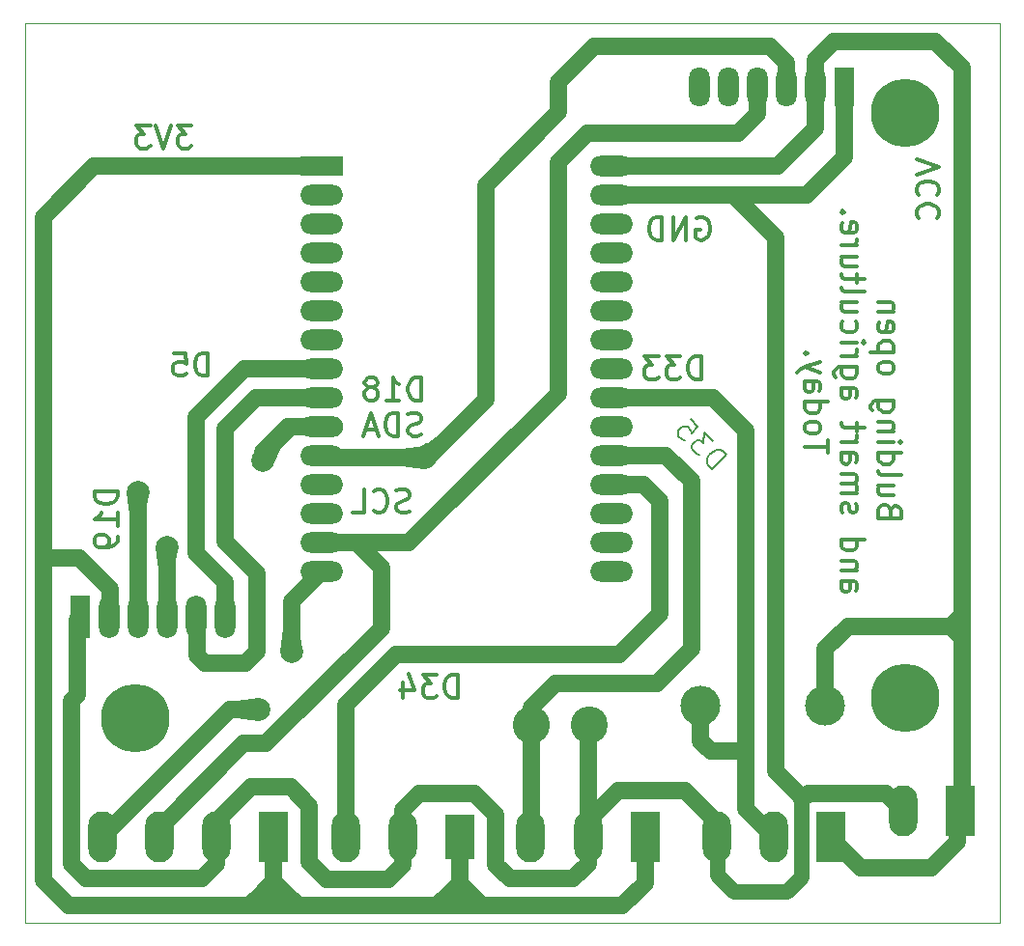
<source format=gbr>
%TF.GenerationSoftware,KiCad,Pcbnew,8.0.1*%
%TF.CreationDate,2024-04-13T21:14:01-05:00*%
%TF.ProjectId,Modulo_DEC,4d6f6475-6c6f-45f4-9445-432e6b696361,rev?*%
%TF.SameCoordinates,Original*%
%TF.FileFunction,Copper,L2,Bot*%
%TF.FilePolarity,Positive*%
%FSLAX46Y46*%
G04 Gerber Fmt 4.6, Leading zero omitted, Abs format (unit mm)*
G04 Created by KiCad (PCBNEW 8.0.1) date 2024-04-13 21:14:01*
%MOMM*%
%LPD*%
G01*
G04 APERTURE LIST*
%ADD10C,0.300000*%
%TA.AperFunction,NonConductor*%
%ADD11C,0.300000*%
%TD*%
%ADD12C,0.200000*%
%TA.AperFunction,NonConductor*%
%ADD13C,0.200000*%
%TD*%
%TA.AperFunction,ComponentPad*%
%ADD14R,3.750000X1.800000*%
%TD*%
%TA.AperFunction,ComponentPad*%
%ADD15O,3.750000X1.800000*%
%TD*%
%TA.AperFunction,FiducialPad,Local*%
%ADD16O,3.750000X1.850000*%
%TD*%
%TA.AperFunction,ComponentPad*%
%ADD17C,3.250000*%
%TD*%
%TA.AperFunction,ComponentPad*%
%ADD18O,3.250000X3.250000*%
%TD*%
%TA.AperFunction,ComponentPad*%
%ADD19C,6.000000*%
%TD*%
%TA.AperFunction,ComponentPad*%
%ADD20R,2.500000X4.500000*%
%TD*%
%TA.AperFunction,ComponentPad*%
%ADD21O,2.500000X4.500000*%
%TD*%
%TA.AperFunction,ComponentPad*%
%ADD22R,2.500000X3.960000*%
%TD*%
%TA.AperFunction,ComponentPad*%
%ADD23C,3.500000*%
%TD*%
%TA.AperFunction,ComponentPad*%
%ADD24O,3.500000X3.500000*%
%TD*%
%TA.AperFunction,ComponentPad*%
%ADD25R,1.800000X3.500000*%
%TD*%
%TA.AperFunction,ComponentPad*%
%ADD26O,1.800000X3.500000*%
%TD*%
%TA.AperFunction,ComponentPad*%
%ADD27R,1.800000X3.750000*%
%TD*%
%TA.AperFunction,ComponentPad*%
%ADD28O,1.800000X3.750000*%
%TD*%
%TA.AperFunction,ViaPad*%
%ADD29C,2.000000*%
%TD*%
%TA.AperFunction,Conductor*%
%ADD30C,1.500000*%
%TD*%
%TA.AperFunction,Conductor*%
%ADD31C,1.330000*%
%TD*%
%TA.AperFunction,Profile*%
%ADD32C,0.100000*%
%TD*%
G04 APERTURE END LIST*
D10*
D11*
X162140441Y-54349638D02*
X162140441Y-52349638D01*
X162140441Y-52349638D02*
X161664251Y-52349638D01*
X161664251Y-52349638D02*
X161378536Y-52444876D01*
X161378536Y-52444876D02*
X161188060Y-52635352D01*
X161188060Y-52635352D02*
X161092822Y-52825828D01*
X161092822Y-52825828D02*
X160997584Y-53206780D01*
X160997584Y-53206780D02*
X160997584Y-53492495D01*
X160997584Y-53492495D02*
X161092822Y-53873447D01*
X161092822Y-53873447D02*
X161188060Y-54063923D01*
X161188060Y-54063923D02*
X161378536Y-54254400D01*
X161378536Y-54254400D02*
X161664251Y-54349638D01*
X161664251Y-54349638D02*
X162140441Y-54349638D01*
X160330917Y-52349638D02*
X159092822Y-52349638D01*
X159092822Y-52349638D02*
X159759489Y-53111542D01*
X159759489Y-53111542D02*
X159473774Y-53111542D01*
X159473774Y-53111542D02*
X159283298Y-53206780D01*
X159283298Y-53206780D02*
X159188060Y-53302019D01*
X159188060Y-53302019D02*
X159092822Y-53492495D01*
X159092822Y-53492495D02*
X159092822Y-53968685D01*
X159092822Y-53968685D02*
X159188060Y-54159161D01*
X159188060Y-54159161D02*
X159283298Y-54254400D01*
X159283298Y-54254400D02*
X159473774Y-54349638D01*
X159473774Y-54349638D02*
X160045203Y-54349638D01*
X160045203Y-54349638D02*
X160235679Y-54254400D01*
X160235679Y-54254400D02*
X160330917Y-54159161D01*
X158426155Y-52349638D02*
X157188060Y-52349638D01*
X157188060Y-52349638D02*
X157854727Y-53111542D01*
X157854727Y-53111542D02*
X157569012Y-53111542D01*
X157569012Y-53111542D02*
X157378536Y-53206780D01*
X157378536Y-53206780D02*
X157283298Y-53302019D01*
X157283298Y-53302019D02*
X157188060Y-53492495D01*
X157188060Y-53492495D02*
X157188060Y-53968685D01*
X157188060Y-53968685D02*
X157283298Y-54159161D01*
X157283298Y-54159161D02*
X157378536Y-54254400D01*
X157378536Y-54254400D02*
X157569012Y-54349638D01*
X157569012Y-54349638D02*
X158140441Y-54349638D01*
X158140441Y-54349638D02*
X158330917Y-54254400D01*
X158330917Y-54254400D02*
X158426155Y-54159161D01*
D10*
D11*
X136581679Y-65938400D02*
X136295965Y-66033638D01*
X136295965Y-66033638D02*
X135819774Y-66033638D01*
X135819774Y-66033638D02*
X135629298Y-65938400D01*
X135629298Y-65938400D02*
X135534060Y-65843161D01*
X135534060Y-65843161D02*
X135438822Y-65652685D01*
X135438822Y-65652685D02*
X135438822Y-65462209D01*
X135438822Y-65462209D02*
X135534060Y-65271733D01*
X135534060Y-65271733D02*
X135629298Y-65176495D01*
X135629298Y-65176495D02*
X135819774Y-65081257D01*
X135819774Y-65081257D02*
X136200727Y-64986019D01*
X136200727Y-64986019D02*
X136391203Y-64890780D01*
X136391203Y-64890780D02*
X136486441Y-64795542D01*
X136486441Y-64795542D02*
X136581679Y-64605066D01*
X136581679Y-64605066D02*
X136581679Y-64414590D01*
X136581679Y-64414590D02*
X136486441Y-64224114D01*
X136486441Y-64224114D02*
X136391203Y-64128876D01*
X136391203Y-64128876D02*
X136200727Y-64033638D01*
X136200727Y-64033638D02*
X135724536Y-64033638D01*
X135724536Y-64033638D02*
X135438822Y-64128876D01*
X133438822Y-65843161D02*
X133534060Y-65938400D01*
X133534060Y-65938400D02*
X133819774Y-66033638D01*
X133819774Y-66033638D02*
X134010250Y-66033638D01*
X134010250Y-66033638D02*
X134295965Y-65938400D01*
X134295965Y-65938400D02*
X134486441Y-65747923D01*
X134486441Y-65747923D02*
X134581679Y-65557447D01*
X134581679Y-65557447D02*
X134676917Y-65176495D01*
X134676917Y-65176495D02*
X134676917Y-64890780D01*
X134676917Y-64890780D02*
X134581679Y-64509828D01*
X134581679Y-64509828D02*
X134486441Y-64319352D01*
X134486441Y-64319352D02*
X134295965Y-64128876D01*
X134295965Y-64128876D02*
X134010250Y-64033638D01*
X134010250Y-64033638D02*
X133819774Y-64033638D01*
X133819774Y-64033638D02*
X133534060Y-64128876D01*
X133534060Y-64128876D02*
X133438822Y-64224114D01*
X131629298Y-66033638D02*
X132581679Y-66033638D01*
X132581679Y-66033638D02*
X132581679Y-64033638D01*
D12*
D13*
X163067033Y-62240795D02*
X164339826Y-60968002D01*
X164339826Y-60968002D02*
X164036780Y-60664957D01*
X164036780Y-60664957D02*
X163794343Y-60543738D01*
X163794343Y-60543738D02*
X163551907Y-60543738D01*
X163551907Y-60543738D02*
X163370079Y-60604347D01*
X163370079Y-60604347D02*
X163067033Y-60786175D01*
X163067033Y-60786175D02*
X162885206Y-60968002D01*
X162885206Y-60968002D02*
X162703379Y-61271048D01*
X162703379Y-61271048D02*
X162642769Y-61452876D01*
X162642769Y-61452876D02*
X162642769Y-61695312D01*
X162642769Y-61695312D02*
X162763988Y-61937749D01*
X162763988Y-61937749D02*
X163067033Y-62240795D01*
X163188252Y-59816429D02*
X162400333Y-59028510D01*
X162400333Y-59028510D02*
X162339724Y-59937647D01*
X162339724Y-59937647D02*
X162157896Y-59755819D01*
X162157896Y-59755819D02*
X161976069Y-59695210D01*
X161976069Y-59695210D02*
X161854850Y-59695210D01*
X161854850Y-59695210D02*
X161673023Y-59755819D01*
X161673023Y-59755819D02*
X161369977Y-60058865D01*
X161369977Y-60058865D02*
X161309368Y-60240693D01*
X161309368Y-60240693D02*
X161309368Y-60361911D01*
X161309368Y-60361911D02*
X161369977Y-60543738D01*
X161369977Y-60543738D02*
X161733632Y-60907393D01*
X161733632Y-60907393D02*
X161915460Y-60968002D01*
X161915460Y-60968002D02*
X162036678Y-60968002D01*
X161248759Y-57876935D02*
X161854850Y-58483027D01*
X161854850Y-58483027D02*
X161309368Y-59149728D01*
X161309368Y-59149728D02*
X161309368Y-59028509D01*
X161309368Y-59028509D02*
X161248759Y-58846682D01*
X161248759Y-58846682D02*
X160945713Y-58543636D01*
X160945713Y-58543636D02*
X160763885Y-58483027D01*
X160763885Y-58483027D02*
X160642667Y-58483027D01*
X160642667Y-58483027D02*
X160460840Y-58543636D01*
X160460840Y-58543636D02*
X160157794Y-58846682D01*
X160157794Y-58846682D02*
X160097185Y-59028509D01*
X160097185Y-59028509D02*
X160097185Y-59149728D01*
X160097185Y-59149728D02*
X160157794Y-59331555D01*
X160157794Y-59331555D02*
X160460840Y-59634601D01*
X160460840Y-59634601D02*
X160642667Y-59695210D01*
X160642667Y-59695210D02*
X160763885Y-59695210D01*
D10*
D11*
X118926441Y-54039638D02*
X118926441Y-52039638D01*
X118926441Y-52039638D02*
X118450251Y-52039638D01*
X118450251Y-52039638D02*
X118164536Y-52134876D01*
X118164536Y-52134876D02*
X117974060Y-52325352D01*
X117974060Y-52325352D02*
X117878822Y-52515828D01*
X117878822Y-52515828D02*
X117783584Y-52896780D01*
X117783584Y-52896780D02*
X117783584Y-53182495D01*
X117783584Y-53182495D02*
X117878822Y-53563447D01*
X117878822Y-53563447D02*
X117974060Y-53753923D01*
X117974060Y-53753923D02*
X118164536Y-53944400D01*
X118164536Y-53944400D02*
X118450251Y-54039638D01*
X118450251Y-54039638D02*
X118926441Y-54039638D01*
X115974060Y-52039638D02*
X116926441Y-52039638D01*
X116926441Y-52039638D02*
X117021679Y-52992019D01*
X117021679Y-52992019D02*
X116926441Y-52896780D01*
X116926441Y-52896780D02*
X116735965Y-52801542D01*
X116735965Y-52801542D02*
X116259774Y-52801542D01*
X116259774Y-52801542D02*
X116069298Y-52896780D01*
X116069298Y-52896780D02*
X115974060Y-52992019D01*
X115974060Y-52992019D02*
X115878822Y-53182495D01*
X115878822Y-53182495D02*
X115878822Y-53658685D01*
X115878822Y-53658685D02*
X115974060Y-53849161D01*
X115974060Y-53849161D02*
X116069298Y-53944400D01*
X116069298Y-53944400D02*
X116259774Y-54039638D01*
X116259774Y-54039638D02*
X116735965Y-54039638D01*
X116735965Y-54039638D02*
X116926441Y-53944400D01*
X116926441Y-53944400D02*
X117021679Y-53849161D01*
D10*
D11*
X110991638Y-64173558D02*
X108991638Y-64173558D01*
X108991638Y-64173558D02*
X108991638Y-64649748D01*
X108991638Y-64649748D02*
X109086876Y-64935463D01*
X109086876Y-64935463D02*
X109277352Y-65125939D01*
X109277352Y-65125939D02*
X109467828Y-65221177D01*
X109467828Y-65221177D02*
X109848780Y-65316415D01*
X109848780Y-65316415D02*
X110134495Y-65316415D01*
X110134495Y-65316415D02*
X110515447Y-65221177D01*
X110515447Y-65221177D02*
X110705923Y-65125939D01*
X110705923Y-65125939D02*
X110896400Y-64935463D01*
X110896400Y-64935463D02*
X110991638Y-64649748D01*
X110991638Y-64649748D02*
X110991638Y-64173558D01*
X110991638Y-67221177D02*
X110991638Y-66078320D01*
X110991638Y-66649748D02*
X108991638Y-66649748D01*
X108991638Y-66649748D02*
X109277352Y-66459272D01*
X109277352Y-66459272D02*
X109467828Y-66268796D01*
X109467828Y-66268796D02*
X109563066Y-66078320D01*
X110991638Y-68173558D02*
X110991638Y-68554510D01*
X110991638Y-68554510D02*
X110896400Y-68744987D01*
X110896400Y-68744987D02*
X110801161Y-68840225D01*
X110801161Y-68840225D02*
X110515447Y-69030701D01*
X110515447Y-69030701D02*
X110134495Y-69125939D01*
X110134495Y-69125939D02*
X109372590Y-69125939D01*
X109372590Y-69125939D02*
X109182114Y-69030701D01*
X109182114Y-69030701D02*
X109086876Y-68935463D01*
X109086876Y-68935463D02*
X108991638Y-68744987D01*
X108991638Y-68744987D02*
X108991638Y-68364034D01*
X108991638Y-68364034D02*
X109086876Y-68173558D01*
X109086876Y-68173558D02*
X109182114Y-68078320D01*
X109182114Y-68078320D02*
X109372590Y-67983082D01*
X109372590Y-67983082D02*
X109848780Y-67983082D01*
X109848780Y-67983082D02*
X110039257Y-68078320D01*
X110039257Y-68078320D02*
X110134495Y-68173558D01*
X110134495Y-68173558D02*
X110229733Y-68364034D01*
X110229733Y-68364034D02*
X110229733Y-68744987D01*
X110229733Y-68744987D02*
X110134495Y-68935463D01*
X110134495Y-68935463D02*
X110039257Y-69030701D01*
X110039257Y-69030701D02*
X109848780Y-69125939D01*
D10*
D11*
X140804441Y-82289638D02*
X140804441Y-80289638D01*
X140804441Y-80289638D02*
X140328251Y-80289638D01*
X140328251Y-80289638D02*
X140042536Y-80384876D01*
X140042536Y-80384876D02*
X139852060Y-80575352D01*
X139852060Y-80575352D02*
X139756822Y-80765828D01*
X139756822Y-80765828D02*
X139661584Y-81146780D01*
X139661584Y-81146780D02*
X139661584Y-81432495D01*
X139661584Y-81432495D02*
X139756822Y-81813447D01*
X139756822Y-81813447D02*
X139852060Y-82003923D01*
X139852060Y-82003923D02*
X140042536Y-82194400D01*
X140042536Y-82194400D02*
X140328251Y-82289638D01*
X140328251Y-82289638D02*
X140804441Y-82289638D01*
X138994917Y-80289638D02*
X137756822Y-80289638D01*
X137756822Y-80289638D02*
X138423489Y-81051542D01*
X138423489Y-81051542D02*
X138137774Y-81051542D01*
X138137774Y-81051542D02*
X137947298Y-81146780D01*
X137947298Y-81146780D02*
X137852060Y-81242019D01*
X137852060Y-81242019D02*
X137756822Y-81432495D01*
X137756822Y-81432495D02*
X137756822Y-81908685D01*
X137756822Y-81908685D02*
X137852060Y-82099161D01*
X137852060Y-82099161D02*
X137947298Y-82194400D01*
X137947298Y-82194400D02*
X138137774Y-82289638D01*
X138137774Y-82289638D02*
X138709203Y-82289638D01*
X138709203Y-82289638D02*
X138899679Y-82194400D01*
X138899679Y-82194400D02*
X138994917Y-82099161D01*
X136042536Y-80956304D02*
X136042536Y-82289638D01*
X136518727Y-80194400D02*
X136994917Y-81622971D01*
X136994917Y-81622971D02*
X135756822Y-81622971D01*
D10*
D11*
X161778822Y-40234876D02*
X161969298Y-40139638D01*
X161969298Y-40139638D02*
X162255012Y-40139638D01*
X162255012Y-40139638D02*
X162540727Y-40234876D01*
X162540727Y-40234876D02*
X162731203Y-40425352D01*
X162731203Y-40425352D02*
X162826441Y-40615828D01*
X162826441Y-40615828D02*
X162921679Y-40996780D01*
X162921679Y-40996780D02*
X162921679Y-41282495D01*
X162921679Y-41282495D02*
X162826441Y-41663447D01*
X162826441Y-41663447D02*
X162731203Y-41853923D01*
X162731203Y-41853923D02*
X162540727Y-42044400D01*
X162540727Y-42044400D02*
X162255012Y-42139638D01*
X162255012Y-42139638D02*
X162064536Y-42139638D01*
X162064536Y-42139638D02*
X161778822Y-42044400D01*
X161778822Y-42044400D02*
X161683584Y-41949161D01*
X161683584Y-41949161D02*
X161683584Y-41282495D01*
X161683584Y-41282495D02*
X162064536Y-41282495D01*
X160826441Y-42139638D02*
X160826441Y-40139638D01*
X160826441Y-40139638D02*
X159683584Y-42139638D01*
X159683584Y-42139638D02*
X159683584Y-40139638D01*
X158731203Y-42139638D02*
X158731203Y-40139638D01*
X158731203Y-40139638D02*
X158255013Y-40139638D01*
X158255013Y-40139638D02*
X157969298Y-40234876D01*
X157969298Y-40234876D02*
X157778822Y-40425352D01*
X157778822Y-40425352D02*
X157683584Y-40615828D01*
X157683584Y-40615828D02*
X157588346Y-40996780D01*
X157588346Y-40996780D02*
X157588346Y-41282495D01*
X157588346Y-41282495D02*
X157683584Y-41663447D01*
X157683584Y-41663447D02*
X157778822Y-41853923D01*
X157778822Y-41853923D02*
X157969298Y-42044400D01*
X157969298Y-42044400D02*
X158255013Y-42139638D01*
X158255013Y-42139638D02*
X158731203Y-42139638D01*
D10*
D11*
X137601679Y-59234400D02*
X137315965Y-59329638D01*
X137315965Y-59329638D02*
X136839774Y-59329638D01*
X136839774Y-59329638D02*
X136649298Y-59234400D01*
X136649298Y-59234400D02*
X136554060Y-59139161D01*
X136554060Y-59139161D02*
X136458822Y-58948685D01*
X136458822Y-58948685D02*
X136458822Y-58758209D01*
X136458822Y-58758209D02*
X136554060Y-58567733D01*
X136554060Y-58567733D02*
X136649298Y-58472495D01*
X136649298Y-58472495D02*
X136839774Y-58377257D01*
X136839774Y-58377257D02*
X137220727Y-58282019D01*
X137220727Y-58282019D02*
X137411203Y-58186780D01*
X137411203Y-58186780D02*
X137506441Y-58091542D01*
X137506441Y-58091542D02*
X137601679Y-57901066D01*
X137601679Y-57901066D02*
X137601679Y-57710590D01*
X137601679Y-57710590D02*
X137506441Y-57520114D01*
X137506441Y-57520114D02*
X137411203Y-57424876D01*
X137411203Y-57424876D02*
X137220727Y-57329638D01*
X137220727Y-57329638D02*
X136744536Y-57329638D01*
X136744536Y-57329638D02*
X136458822Y-57424876D01*
X135601679Y-59329638D02*
X135601679Y-57329638D01*
X135601679Y-57329638D02*
X135125489Y-57329638D01*
X135125489Y-57329638D02*
X134839774Y-57424876D01*
X134839774Y-57424876D02*
X134649298Y-57615352D01*
X134649298Y-57615352D02*
X134554060Y-57805828D01*
X134554060Y-57805828D02*
X134458822Y-58186780D01*
X134458822Y-58186780D02*
X134458822Y-58472495D01*
X134458822Y-58472495D02*
X134554060Y-58853447D01*
X134554060Y-58853447D02*
X134649298Y-59043923D01*
X134649298Y-59043923D02*
X134839774Y-59234400D01*
X134839774Y-59234400D02*
X135125489Y-59329638D01*
X135125489Y-59329638D02*
X135601679Y-59329638D01*
X133696917Y-58758209D02*
X132744536Y-58758209D01*
X133887393Y-59329638D02*
X133220727Y-57329638D01*
X133220727Y-57329638D02*
X132554060Y-59329638D01*
D10*
D11*
X117491917Y-32089638D02*
X116253822Y-32089638D01*
X116253822Y-32089638D02*
X116920489Y-32851542D01*
X116920489Y-32851542D02*
X116634774Y-32851542D01*
X116634774Y-32851542D02*
X116444298Y-32946780D01*
X116444298Y-32946780D02*
X116349060Y-33042019D01*
X116349060Y-33042019D02*
X116253822Y-33232495D01*
X116253822Y-33232495D02*
X116253822Y-33708685D01*
X116253822Y-33708685D02*
X116349060Y-33899161D01*
X116349060Y-33899161D02*
X116444298Y-33994400D01*
X116444298Y-33994400D02*
X116634774Y-34089638D01*
X116634774Y-34089638D02*
X117206203Y-34089638D01*
X117206203Y-34089638D02*
X117396679Y-33994400D01*
X117396679Y-33994400D02*
X117491917Y-33899161D01*
X115682393Y-32089638D02*
X115015727Y-34089638D01*
X115015727Y-34089638D02*
X114349060Y-32089638D01*
X113872869Y-32089638D02*
X112634774Y-32089638D01*
X112634774Y-32089638D02*
X113301441Y-32851542D01*
X113301441Y-32851542D02*
X113015726Y-32851542D01*
X113015726Y-32851542D02*
X112825250Y-32946780D01*
X112825250Y-32946780D02*
X112730012Y-33042019D01*
X112730012Y-33042019D02*
X112634774Y-33232495D01*
X112634774Y-33232495D02*
X112634774Y-33708685D01*
X112634774Y-33708685D02*
X112730012Y-33899161D01*
X112730012Y-33899161D02*
X112825250Y-33994400D01*
X112825250Y-33994400D02*
X113015726Y-34089638D01*
X113015726Y-34089638D02*
X113587155Y-34089638D01*
X113587155Y-34089638D02*
X113777631Y-33994400D01*
X113777631Y-33994400D02*
X113872869Y-33899161D01*
D10*
D11*
X137606441Y-56229638D02*
X137606441Y-54229638D01*
X137606441Y-54229638D02*
X137130251Y-54229638D01*
X137130251Y-54229638D02*
X136844536Y-54324876D01*
X136844536Y-54324876D02*
X136654060Y-54515352D01*
X136654060Y-54515352D02*
X136558822Y-54705828D01*
X136558822Y-54705828D02*
X136463584Y-55086780D01*
X136463584Y-55086780D02*
X136463584Y-55372495D01*
X136463584Y-55372495D02*
X136558822Y-55753447D01*
X136558822Y-55753447D02*
X136654060Y-55943923D01*
X136654060Y-55943923D02*
X136844536Y-56134400D01*
X136844536Y-56134400D02*
X137130251Y-56229638D01*
X137130251Y-56229638D02*
X137606441Y-56229638D01*
X134558822Y-56229638D02*
X135701679Y-56229638D01*
X135130251Y-56229638D02*
X135130251Y-54229638D01*
X135130251Y-54229638D02*
X135320727Y-54515352D01*
X135320727Y-54515352D02*
X135511203Y-54705828D01*
X135511203Y-54705828D02*
X135701679Y-54801066D01*
X133415965Y-55086780D02*
X133606441Y-54991542D01*
X133606441Y-54991542D02*
X133701679Y-54896304D01*
X133701679Y-54896304D02*
X133796917Y-54705828D01*
X133796917Y-54705828D02*
X133796917Y-54610590D01*
X133796917Y-54610590D02*
X133701679Y-54420114D01*
X133701679Y-54420114D02*
X133606441Y-54324876D01*
X133606441Y-54324876D02*
X133415965Y-54229638D01*
X133415965Y-54229638D02*
X133035012Y-54229638D01*
X133035012Y-54229638D02*
X132844536Y-54324876D01*
X132844536Y-54324876D02*
X132749298Y-54420114D01*
X132749298Y-54420114D02*
X132654060Y-54610590D01*
X132654060Y-54610590D02*
X132654060Y-54705828D01*
X132654060Y-54705828D02*
X132749298Y-54896304D01*
X132749298Y-54896304D02*
X132844536Y-54991542D01*
X132844536Y-54991542D02*
X133035012Y-55086780D01*
X133035012Y-55086780D02*
X133415965Y-55086780D01*
X133415965Y-55086780D02*
X133606441Y-55182019D01*
X133606441Y-55182019D02*
X133701679Y-55277257D01*
X133701679Y-55277257D02*
X133796917Y-55467733D01*
X133796917Y-55467733D02*
X133796917Y-55848685D01*
X133796917Y-55848685D02*
X133701679Y-56039161D01*
X133701679Y-56039161D02*
X133606441Y-56134400D01*
X133606441Y-56134400D02*
X133415965Y-56229638D01*
X133415965Y-56229638D02*
X133035012Y-56229638D01*
X133035012Y-56229638D02*
X132844536Y-56134400D01*
X132844536Y-56134400D02*
X132749298Y-56039161D01*
X132749298Y-56039161D02*
X132654060Y-55848685D01*
X132654060Y-55848685D02*
X132654060Y-55467733D01*
X132654060Y-55467733D02*
X132749298Y-55277257D01*
X132749298Y-55277257D02*
X132844536Y-55182019D01*
X132844536Y-55182019D02*
X133035012Y-55086780D01*
D10*
D11*
X178738868Y-65871429D02*
X178643630Y-65585715D01*
X178643630Y-65585715D02*
X178548392Y-65490477D01*
X178548392Y-65490477D02*
X178357916Y-65395239D01*
X178357916Y-65395239D02*
X178072202Y-65395239D01*
X178072202Y-65395239D02*
X177881726Y-65490477D01*
X177881726Y-65490477D02*
X177786488Y-65585715D01*
X177786488Y-65585715D02*
X177691249Y-65776191D01*
X177691249Y-65776191D02*
X177691249Y-66538096D01*
X177691249Y-66538096D02*
X179691249Y-66538096D01*
X179691249Y-66538096D02*
X179691249Y-65871429D01*
X179691249Y-65871429D02*
X179596011Y-65680953D01*
X179596011Y-65680953D02*
X179500773Y-65585715D01*
X179500773Y-65585715D02*
X179310297Y-65490477D01*
X179310297Y-65490477D02*
X179119821Y-65490477D01*
X179119821Y-65490477D02*
X178929345Y-65585715D01*
X178929345Y-65585715D02*
X178834107Y-65680953D01*
X178834107Y-65680953D02*
X178738868Y-65871429D01*
X178738868Y-65871429D02*
X178738868Y-66538096D01*
X179024583Y-63680953D02*
X177691249Y-63680953D01*
X179024583Y-64538096D02*
X177976964Y-64538096D01*
X177976964Y-64538096D02*
X177786488Y-64442858D01*
X177786488Y-64442858D02*
X177691249Y-64252382D01*
X177691249Y-64252382D02*
X177691249Y-63966667D01*
X177691249Y-63966667D02*
X177786488Y-63776191D01*
X177786488Y-63776191D02*
X177881726Y-63680953D01*
X177691249Y-62442858D02*
X177786488Y-62633334D01*
X177786488Y-62633334D02*
X177976964Y-62728572D01*
X177976964Y-62728572D02*
X179691249Y-62728572D01*
X177691249Y-60823810D02*
X179691249Y-60823810D01*
X177786488Y-60823810D02*
X177691249Y-61014286D01*
X177691249Y-61014286D02*
X177691249Y-61395239D01*
X177691249Y-61395239D02*
X177786488Y-61585715D01*
X177786488Y-61585715D02*
X177881726Y-61680953D01*
X177881726Y-61680953D02*
X178072202Y-61776191D01*
X178072202Y-61776191D02*
X178643630Y-61776191D01*
X178643630Y-61776191D02*
X178834107Y-61680953D01*
X178834107Y-61680953D02*
X178929345Y-61585715D01*
X178929345Y-61585715D02*
X179024583Y-61395239D01*
X179024583Y-61395239D02*
X179024583Y-61014286D01*
X179024583Y-61014286D02*
X178929345Y-60823810D01*
X177691249Y-59871429D02*
X179024583Y-59871429D01*
X179691249Y-59871429D02*
X179596011Y-59966667D01*
X179596011Y-59966667D02*
X179500773Y-59871429D01*
X179500773Y-59871429D02*
X179596011Y-59776191D01*
X179596011Y-59776191D02*
X179691249Y-59871429D01*
X179691249Y-59871429D02*
X179500773Y-59871429D01*
X179024583Y-58919048D02*
X177691249Y-58919048D01*
X178834107Y-58919048D02*
X178929345Y-58823810D01*
X178929345Y-58823810D02*
X179024583Y-58633334D01*
X179024583Y-58633334D02*
X179024583Y-58347619D01*
X179024583Y-58347619D02*
X178929345Y-58157143D01*
X178929345Y-58157143D02*
X178738868Y-58061905D01*
X178738868Y-58061905D02*
X177691249Y-58061905D01*
X179024583Y-56252381D02*
X177405535Y-56252381D01*
X177405535Y-56252381D02*
X177215059Y-56347619D01*
X177215059Y-56347619D02*
X177119821Y-56442857D01*
X177119821Y-56442857D02*
X177024583Y-56633334D01*
X177024583Y-56633334D02*
X177024583Y-56919048D01*
X177024583Y-56919048D02*
X177119821Y-57109524D01*
X177786488Y-56252381D02*
X177691249Y-56442857D01*
X177691249Y-56442857D02*
X177691249Y-56823810D01*
X177691249Y-56823810D02*
X177786488Y-57014286D01*
X177786488Y-57014286D02*
X177881726Y-57109524D01*
X177881726Y-57109524D02*
X178072202Y-57204762D01*
X178072202Y-57204762D02*
X178643630Y-57204762D01*
X178643630Y-57204762D02*
X178834107Y-57109524D01*
X178834107Y-57109524D02*
X178929345Y-57014286D01*
X178929345Y-57014286D02*
X179024583Y-56823810D01*
X179024583Y-56823810D02*
X179024583Y-56442857D01*
X179024583Y-56442857D02*
X178929345Y-56252381D01*
X177691249Y-53490476D02*
X177786488Y-53680952D01*
X177786488Y-53680952D02*
X177881726Y-53776190D01*
X177881726Y-53776190D02*
X178072202Y-53871428D01*
X178072202Y-53871428D02*
X178643630Y-53871428D01*
X178643630Y-53871428D02*
X178834107Y-53776190D01*
X178834107Y-53776190D02*
X178929345Y-53680952D01*
X178929345Y-53680952D02*
X179024583Y-53490476D01*
X179024583Y-53490476D02*
X179024583Y-53204761D01*
X179024583Y-53204761D02*
X178929345Y-53014285D01*
X178929345Y-53014285D02*
X178834107Y-52919047D01*
X178834107Y-52919047D02*
X178643630Y-52823809D01*
X178643630Y-52823809D02*
X178072202Y-52823809D01*
X178072202Y-52823809D02*
X177881726Y-52919047D01*
X177881726Y-52919047D02*
X177786488Y-53014285D01*
X177786488Y-53014285D02*
X177691249Y-53204761D01*
X177691249Y-53204761D02*
X177691249Y-53490476D01*
X179024583Y-51966666D02*
X177024583Y-51966666D01*
X178929345Y-51966666D02*
X179024583Y-51776190D01*
X179024583Y-51776190D02*
X179024583Y-51395237D01*
X179024583Y-51395237D02*
X178929345Y-51204761D01*
X178929345Y-51204761D02*
X178834107Y-51109523D01*
X178834107Y-51109523D02*
X178643630Y-51014285D01*
X178643630Y-51014285D02*
X178072202Y-51014285D01*
X178072202Y-51014285D02*
X177881726Y-51109523D01*
X177881726Y-51109523D02*
X177786488Y-51204761D01*
X177786488Y-51204761D02*
X177691249Y-51395237D01*
X177691249Y-51395237D02*
X177691249Y-51776190D01*
X177691249Y-51776190D02*
X177786488Y-51966666D01*
X177786488Y-49395237D02*
X177691249Y-49585713D01*
X177691249Y-49585713D02*
X177691249Y-49966666D01*
X177691249Y-49966666D02*
X177786488Y-50157142D01*
X177786488Y-50157142D02*
X177976964Y-50252380D01*
X177976964Y-50252380D02*
X178738868Y-50252380D01*
X178738868Y-50252380D02*
X178929345Y-50157142D01*
X178929345Y-50157142D02*
X179024583Y-49966666D01*
X179024583Y-49966666D02*
X179024583Y-49585713D01*
X179024583Y-49585713D02*
X178929345Y-49395237D01*
X178929345Y-49395237D02*
X178738868Y-49299999D01*
X178738868Y-49299999D02*
X178548392Y-49299999D01*
X178548392Y-49299999D02*
X178357916Y-50252380D01*
X179024583Y-48442856D02*
X177691249Y-48442856D01*
X178834107Y-48442856D02*
X178929345Y-48347618D01*
X178929345Y-48347618D02*
X179024583Y-48157142D01*
X179024583Y-48157142D02*
X179024583Y-47871427D01*
X179024583Y-47871427D02*
X178929345Y-47680951D01*
X178929345Y-47680951D02*
X178738868Y-47585713D01*
X178738868Y-47585713D02*
X177691249Y-47585713D01*
X174471361Y-72061905D02*
X175518980Y-72061905D01*
X175518980Y-72061905D02*
X175709457Y-72157143D01*
X175709457Y-72157143D02*
X175804695Y-72347619D01*
X175804695Y-72347619D02*
X175804695Y-72728572D01*
X175804695Y-72728572D02*
X175709457Y-72919048D01*
X174566600Y-72061905D02*
X174471361Y-72252381D01*
X174471361Y-72252381D02*
X174471361Y-72728572D01*
X174471361Y-72728572D02*
X174566600Y-72919048D01*
X174566600Y-72919048D02*
X174757076Y-73014286D01*
X174757076Y-73014286D02*
X174947552Y-73014286D01*
X174947552Y-73014286D02*
X175138028Y-72919048D01*
X175138028Y-72919048D02*
X175233266Y-72728572D01*
X175233266Y-72728572D02*
X175233266Y-72252381D01*
X175233266Y-72252381D02*
X175328504Y-72061905D01*
X175804695Y-71109524D02*
X174471361Y-71109524D01*
X175614219Y-71109524D02*
X175709457Y-71014286D01*
X175709457Y-71014286D02*
X175804695Y-70823810D01*
X175804695Y-70823810D02*
X175804695Y-70538095D01*
X175804695Y-70538095D02*
X175709457Y-70347619D01*
X175709457Y-70347619D02*
X175518980Y-70252381D01*
X175518980Y-70252381D02*
X174471361Y-70252381D01*
X174471361Y-68442857D02*
X176471361Y-68442857D01*
X174566600Y-68442857D02*
X174471361Y-68633333D01*
X174471361Y-68633333D02*
X174471361Y-69014286D01*
X174471361Y-69014286D02*
X174566600Y-69204762D01*
X174566600Y-69204762D02*
X174661838Y-69300000D01*
X174661838Y-69300000D02*
X174852314Y-69395238D01*
X174852314Y-69395238D02*
X175423742Y-69395238D01*
X175423742Y-69395238D02*
X175614219Y-69300000D01*
X175614219Y-69300000D02*
X175709457Y-69204762D01*
X175709457Y-69204762D02*
X175804695Y-69014286D01*
X175804695Y-69014286D02*
X175804695Y-68633333D01*
X175804695Y-68633333D02*
X175709457Y-68442857D01*
X174566600Y-66061904D02*
X174471361Y-65871428D01*
X174471361Y-65871428D02*
X174471361Y-65490476D01*
X174471361Y-65490476D02*
X174566600Y-65299999D01*
X174566600Y-65299999D02*
X174757076Y-65204761D01*
X174757076Y-65204761D02*
X174852314Y-65204761D01*
X174852314Y-65204761D02*
X175042790Y-65299999D01*
X175042790Y-65299999D02*
X175138028Y-65490476D01*
X175138028Y-65490476D02*
X175138028Y-65776190D01*
X175138028Y-65776190D02*
X175233266Y-65966666D01*
X175233266Y-65966666D02*
X175423742Y-66061904D01*
X175423742Y-66061904D02*
X175518980Y-66061904D01*
X175518980Y-66061904D02*
X175709457Y-65966666D01*
X175709457Y-65966666D02*
X175804695Y-65776190D01*
X175804695Y-65776190D02*
X175804695Y-65490476D01*
X175804695Y-65490476D02*
X175709457Y-65299999D01*
X174471361Y-64347618D02*
X175804695Y-64347618D01*
X175614219Y-64347618D02*
X175709457Y-64252380D01*
X175709457Y-64252380D02*
X175804695Y-64061904D01*
X175804695Y-64061904D02*
X175804695Y-63776189D01*
X175804695Y-63776189D02*
X175709457Y-63585713D01*
X175709457Y-63585713D02*
X175518980Y-63490475D01*
X175518980Y-63490475D02*
X174471361Y-63490475D01*
X175518980Y-63490475D02*
X175709457Y-63395237D01*
X175709457Y-63395237D02*
X175804695Y-63204761D01*
X175804695Y-63204761D02*
X175804695Y-62919047D01*
X175804695Y-62919047D02*
X175709457Y-62728570D01*
X175709457Y-62728570D02*
X175518980Y-62633332D01*
X175518980Y-62633332D02*
X174471361Y-62633332D01*
X174471361Y-60823808D02*
X175518980Y-60823808D01*
X175518980Y-60823808D02*
X175709457Y-60919046D01*
X175709457Y-60919046D02*
X175804695Y-61109522D01*
X175804695Y-61109522D02*
X175804695Y-61490475D01*
X175804695Y-61490475D02*
X175709457Y-61680951D01*
X174566600Y-60823808D02*
X174471361Y-61014284D01*
X174471361Y-61014284D02*
X174471361Y-61490475D01*
X174471361Y-61490475D02*
X174566600Y-61680951D01*
X174566600Y-61680951D02*
X174757076Y-61776189D01*
X174757076Y-61776189D02*
X174947552Y-61776189D01*
X174947552Y-61776189D02*
X175138028Y-61680951D01*
X175138028Y-61680951D02*
X175233266Y-61490475D01*
X175233266Y-61490475D02*
X175233266Y-61014284D01*
X175233266Y-61014284D02*
X175328504Y-60823808D01*
X174471361Y-59871427D02*
X175804695Y-59871427D01*
X175423742Y-59871427D02*
X175614219Y-59776189D01*
X175614219Y-59776189D02*
X175709457Y-59680951D01*
X175709457Y-59680951D02*
X175804695Y-59490475D01*
X175804695Y-59490475D02*
X175804695Y-59299998D01*
X175804695Y-58919046D02*
X175804695Y-58157142D01*
X176471361Y-58633332D02*
X174757076Y-58633332D01*
X174757076Y-58633332D02*
X174566600Y-58538094D01*
X174566600Y-58538094D02*
X174471361Y-58347618D01*
X174471361Y-58347618D02*
X174471361Y-58157142D01*
X174471361Y-55109522D02*
X175518980Y-55109522D01*
X175518980Y-55109522D02*
X175709457Y-55204760D01*
X175709457Y-55204760D02*
X175804695Y-55395236D01*
X175804695Y-55395236D02*
X175804695Y-55776189D01*
X175804695Y-55776189D02*
X175709457Y-55966665D01*
X174566600Y-55109522D02*
X174471361Y-55299998D01*
X174471361Y-55299998D02*
X174471361Y-55776189D01*
X174471361Y-55776189D02*
X174566600Y-55966665D01*
X174566600Y-55966665D02*
X174757076Y-56061903D01*
X174757076Y-56061903D02*
X174947552Y-56061903D01*
X174947552Y-56061903D02*
X175138028Y-55966665D01*
X175138028Y-55966665D02*
X175233266Y-55776189D01*
X175233266Y-55776189D02*
X175233266Y-55299998D01*
X175233266Y-55299998D02*
X175328504Y-55109522D01*
X175804695Y-53299998D02*
X174185647Y-53299998D01*
X174185647Y-53299998D02*
X173995171Y-53395236D01*
X173995171Y-53395236D02*
X173899933Y-53490474D01*
X173899933Y-53490474D02*
X173804695Y-53680951D01*
X173804695Y-53680951D02*
X173804695Y-53966665D01*
X173804695Y-53966665D02*
X173899933Y-54157141D01*
X174566600Y-53299998D02*
X174471361Y-53490474D01*
X174471361Y-53490474D02*
X174471361Y-53871427D01*
X174471361Y-53871427D02*
X174566600Y-54061903D01*
X174566600Y-54061903D02*
X174661838Y-54157141D01*
X174661838Y-54157141D02*
X174852314Y-54252379D01*
X174852314Y-54252379D02*
X175423742Y-54252379D01*
X175423742Y-54252379D02*
X175614219Y-54157141D01*
X175614219Y-54157141D02*
X175709457Y-54061903D01*
X175709457Y-54061903D02*
X175804695Y-53871427D01*
X175804695Y-53871427D02*
X175804695Y-53490474D01*
X175804695Y-53490474D02*
X175709457Y-53299998D01*
X174471361Y-52347617D02*
X175804695Y-52347617D01*
X175423742Y-52347617D02*
X175614219Y-52252379D01*
X175614219Y-52252379D02*
X175709457Y-52157141D01*
X175709457Y-52157141D02*
X175804695Y-51966665D01*
X175804695Y-51966665D02*
X175804695Y-51776188D01*
X174471361Y-51109522D02*
X175804695Y-51109522D01*
X176471361Y-51109522D02*
X176376123Y-51204760D01*
X176376123Y-51204760D02*
X176280885Y-51109522D01*
X176280885Y-51109522D02*
X176376123Y-51014284D01*
X176376123Y-51014284D02*
X176471361Y-51109522D01*
X176471361Y-51109522D02*
X176280885Y-51109522D01*
X174566600Y-49299998D02*
X174471361Y-49490474D01*
X174471361Y-49490474D02*
X174471361Y-49871427D01*
X174471361Y-49871427D02*
X174566600Y-50061903D01*
X174566600Y-50061903D02*
X174661838Y-50157141D01*
X174661838Y-50157141D02*
X174852314Y-50252379D01*
X174852314Y-50252379D02*
X175423742Y-50252379D01*
X175423742Y-50252379D02*
X175614219Y-50157141D01*
X175614219Y-50157141D02*
X175709457Y-50061903D01*
X175709457Y-50061903D02*
X175804695Y-49871427D01*
X175804695Y-49871427D02*
X175804695Y-49490474D01*
X175804695Y-49490474D02*
X175709457Y-49299998D01*
X175804695Y-47585712D02*
X174471361Y-47585712D01*
X175804695Y-48442855D02*
X174757076Y-48442855D01*
X174757076Y-48442855D02*
X174566600Y-48347617D01*
X174566600Y-48347617D02*
X174471361Y-48157141D01*
X174471361Y-48157141D02*
X174471361Y-47871426D01*
X174471361Y-47871426D02*
X174566600Y-47680950D01*
X174566600Y-47680950D02*
X174661838Y-47585712D01*
X174471361Y-46347617D02*
X174566600Y-46538093D01*
X174566600Y-46538093D02*
X174757076Y-46633331D01*
X174757076Y-46633331D02*
X176471361Y-46633331D01*
X175804695Y-45871426D02*
X175804695Y-45109522D01*
X176471361Y-45585712D02*
X174757076Y-45585712D01*
X174757076Y-45585712D02*
X174566600Y-45490474D01*
X174566600Y-45490474D02*
X174471361Y-45299998D01*
X174471361Y-45299998D02*
X174471361Y-45109522D01*
X175804695Y-43585712D02*
X174471361Y-43585712D01*
X175804695Y-44442855D02*
X174757076Y-44442855D01*
X174757076Y-44442855D02*
X174566600Y-44347617D01*
X174566600Y-44347617D02*
X174471361Y-44157141D01*
X174471361Y-44157141D02*
X174471361Y-43871426D01*
X174471361Y-43871426D02*
X174566600Y-43680950D01*
X174566600Y-43680950D02*
X174661838Y-43585712D01*
X174471361Y-42633331D02*
X175804695Y-42633331D01*
X175423742Y-42633331D02*
X175614219Y-42538093D01*
X175614219Y-42538093D02*
X175709457Y-42442855D01*
X175709457Y-42442855D02*
X175804695Y-42252379D01*
X175804695Y-42252379D02*
X175804695Y-42061902D01*
X174566600Y-40633331D02*
X174471361Y-40823807D01*
X174471361Y-40823807D02*
X174471361Y-41204760D01*
X174471361Y-41204760D02*
X174566600Y-41395236D01*
X174566600Y-41395236D02*
X174757076Y-41490474D01*
X174757076Y-41490474D02*
X175518980Y-41490474D01*
X175518980Y-41490474D02*
X175709457Y-41395236D01*
X175709457Y-41395236D02*
X175804695Y-41204760D01*
X175804695Y-41204760D02*
X175804695Y-40823807D01*
X175804695Y-40823807D02*
X175709457Y-40633331D01*
X175709457Y-40633331D02*
X175518980Y-40538093D01*
X175518980Y-40538093D02*
X175328504Y-40538093D01*
X175328504Y-40538093D02*
X175138028Y-41490474D01*
X174661838Y-39680950D02*
X174566600Y-39585712D01*
X174566600Y-39585712D02*
X174471361Y-39680950D01*
X174471361Y-39680950D02*
X174566600Y-39776188D01*
X174566600Y-39776188D02*
X174661838Y-39680950D01*
X174661838Y-39680950D02*
X174471361Y-39680950D01*
X173251473Y-60823809D02*
X173251473Y-59680952D01*
X171251473Y-60252381D02*
X173251473Y-60252381D01*
X171251473Y-58728571D02*
X171346712Y-58919047D01*
X171346712Y-58919047D02*
X171441950Y-59014285D01*
X171441950Y-59014285D02*
X171632426Y-59109523D01*
X171632426Y-59109523D02*
X172203854Y-59109523D01*
X172203854Y-59109523D02*
X172394331Y-59014285D01*
X172394331Y-59014285D02*
X172489569Y-58919047D01*
X172489569Y-58919047D02*
X172584807Y-58728571D01*
X172584807Y-58728571D02*
X172584807Y-58442856D01*
X172584807Y-58442856D02*
X172489569Y-58252380D01*
X172489569Y-58252380D02*
X172394331Y-58157142D01*
X172394331Y-58157142D02*
X172203854Y-58061904D01*
X172203854Y-58061904D02*
X171632426Y-58061904D01*
X171632426Y-58061904D02*
X171441950Y-58157142D01*
X171441950Y-58157142D02*
X171346712Y-58252380D01*
X171346712Y-58252380D02*
X171251473Y-58442856D01*
X171251473Y-58442856D02*
X171251473Y-58728571D01*
X171251473Y-56347618D02*
X173251473Y-56347618D01*
X171346712Y-56347618D02*
X171251473Y-56538094D01*
X171251473Y-56538094D02*
X171251473Y-56919047D01*
X171251473Y-56919047D02*
X171346712Y-57109523D01*
X171346712Y-57109523D02*
X171441950Y-57204761D01*
X171441950Y-57204761D02*
X171632426Y-57299999D01*
X171632426Y-57299999D02*
X172203854Y-57299999D01*
X172203854Y-57299999D02*
X172394331Y-57204761D01*
X172394331Y-57204761D02*
X172489569Y-57109523D01*
X172489569Y-57109523D02*
X172584807Y-56919047D01*
X172584807Y-56919047D02*
X172584807Y-56538094D01*
X172584807Y-56538094D02*
X172489569Y-56347618D01*
X171251473Y-54538094D02*
X172299092Y-54538094D01*
X172299092Y-54538094D02*
X172489569Y-54633332D01*
X172489569Y-54633332D02*
X172584807Y-54823808D01*
X172584807Y-54823808D02*
X172584807Y-55204761D01*
X172584807Y-55204761D02*
X172489569Y-55395237D01*
X171346712Y-54538094D02*
X171251473Y-54728570D01*
X171251473Y-54728570D02*
X171251473Y-55204761D01*
X171251473Y-55204761D02*
X171346712Y-55395237D01*
X171346712Y-55395237D02*
X171537188Y-55490475D01*
X171537188Y-55490475D02*
X171727664Y-55490475D01*
X171727664Y-55490475D02*
X171918140Y-55395237D01*
X171918140Y-55395237D02*
X172013378Y-55204761D01*
X172013378Y-55204761D02*
X172013378Y-54728570D01*
X172013378Y-54728570D02*
X172108616Y-54538094D01*
X172584807Y-53776189D02*
X171251473Y-53299999D01*
X172584807Y-52823808D02*
X171251473Y-53299999D01*
X171251473Y-53299999D02*
X170775283Y-53490475D01*
X170775283Y-53490475D02*
X170680045Y-53585713D01*
X170680045Y-53585713D02*
X170584807Y-53776189D01*
X171441950Y-52061903D02*
X171346712Y-51966665D01*
X171346712Y-51966665D02*
X171251473Y-52061903D01*
X171251473Y-52061903D02*
X171346712Y-52157141D01*
X171346712Y-52157141D02*
X171441950Y-52061903D01*
X171441950Y-52061903D02*
X171251473Y-52061903D01*
D10*
D11*
X181039638Y-35087844D02*
X183039638Y-35754510D01*
X183039638Y-35754510D02*
X181039638Y-36421177D01*
X182849161Y-38230701D02*
X182944400Y-38135463D01*
X182944400Y-38135463D02*
X183039638Y-37849749D01*
X183039638Y-37849749D02*
X183039638Y-37659273D01*
X183039638Y-37659273D02*
X182944400Y-37373558D01*
X182944400Y-37373558D02*
X182753923Y-37183082D01*
X182753923Y-37183082D02*
X182563447Y-37087844D01*
X182563447Y-37087844D02*
X182182495Y-36992606D01*
X182182495Y-36992606D02*
X181896780Y-36992606D01*
X181896780Y-36992606D02*
X181515828Y-37087844D01*
X181515828Y-37087844D02*
X181325352Y-37183082D01*
X181325352Y-37183082D02*
X181134876Y-37373558D01*
X181134876Y-37373558D02*
X181039638Y-37659273D01*
X181039638Y-37659273D02*
X181039638Y-37849749D01*
X181039638Y-37849749D02*
X181134876Y-38135463D01*
X181134876Y-38135463D02*
X181230114Y-38230701D01*
X182849161Y-40230701D02*
X182944400Y-40135463D01*
X182944400Y-40135463D02*
X183039638Y-39849749D01*
X183039638Y-39849749D02*
X183039638Y-39659273D01*
X183039638Y-39659273D02*
X182944400Y-39373558D01*
X182944400Y-39373558D02*
X182753923Y-39183082D01*
X182753923Y-39183082D02*
X182563447Y-39087844D01*
X182563447Y-39087844D02*
X182182495Y-38992606D01*
X182182495Y-38992606D02*
X181896780Y-38992606D01*
X181896780Y-38992606D02*
X181515828Y-39087844D01*
X181515828Y-39087844D02*
X181325352Y-39183082D01*
X181325352Y-39183082D02*
X181134876Y-39373558D01*
X181134876Y-39373558D02*
X181039638Y-39659273D01*
X181039638Y-39659273D02*
X181039638Y-39849749D01*
X181039638Y-39849749D02*
X181134876Y-40135463D01*
X181134876Y-40135463D02*
X181230114Y-40230701D01*
D14*
%TO.P,U1,1,3V3*%
%TO.N,3V3*%
X128866000Y-35646000D03*
D15*
%TO.P,U1,2,GND*%
%TO.N,GND*%
X128866000Y-38186000D03*
%TO.P,U1,3,D15*%
%TO.N,unconnected-(U1-D15-Pad3)*%
X128866000Y-40726000D03*
%TO.P,U1,4,D2*%
%TO.N,unconnected-(U1-D2-Pad4)*%
X128866000Y-43266000D03*
%TO.P,U1,5,D4*%
%TO.N,unconnected-(U1-D4-Pad5)*%
X128866000Y-45806000D03*
%TO.P,U1,6,RX2*%
%TO.N,unconnected-(U1-RX2-Pad6)*%
X128866000Y-48346000D03*
%TO.P,U1,7,TX2*%
%TO.N,unconnected-(U1-TX2-Pad7)*%
X128866000Y-50886000D03*
%TO.P,U1,8,D5*%
%TO.N,D5*%
X128866000Y-53426000D03*
%TO.P,U1,9,D18*%
%TO.N,D18*%
X128866000Y-55966000D03*
D16*
%TO.P,U1,10,D19*%
%TO.N,D19*%
X128866000Y-58506000D03*
D15*
%TO.P,U1,11,D21*%
%TO.N,SDA*%
X128866000Y-61046000D03*
%TO.P,U1,12,RX0*%
%TO.N,unconnected-(U1-RX0-Pad12)*%
X128866000Y-63586000D03*
%TO.P,U1,13,TX0*%
%TO.N,unconnected-(U1-TX0-Pad13)*%
X128866000Y-66126000D03*
%TO.P,U1,14,D22*%
%TO.N,SCL*%
X128866000Y-68666000D03*
%TO.P,U1,15,D23*%
%TO.N,D23*%
X128866000Y-71206000D03*
%TO.P,U1,16,EN*%
%TO.N,unconnected-(U1-EN-Pad16)*%
X154266000Y-71206000D03*
%TO.P,U1,17,VP*%
%TO.N,unconnected-(U1-VP-Pad17)*%
X154266000Y-68666000D03*
%TO.P,U1,18,VN*%
%TO.N,unconnected-(U1-VN-Pad18)*%
X154266000Y-66126000D03*
%TO.P,U1,19,D34*%
%TO.N,D34*%
X154266000Y-63586000D03*
%TO.P,U1,20,D35*%
%TO.N,D35*%
X154266000Y-61046000D03*
%TO.P,U1,21,D32*%
%TO.N,unconnected-(U1-D32-Pad21)*%
X154266000Y-58506000D03*
%TO.P,U1,22,D33*%
%TO.N,D33*%
X154266000Y-55966000D03*
%TO.P,U1,23,D25*%
%TO.N,unconnected-(U1-D25-Pad23)*%
X154266000Y-53426000D03*
%TO.P,U1,24,D26*%
%TO.N,unconnected-(U1-D26-Pad24)*%
X154266000Y-50886000D03*
%TO.P,U1,25,D27*%
%TO.N,unconnected-(U1-D27-Pad25)*%
X154266000Y-48346000D03*
%TO.P,U1,26,D14*%
%TO.N,unconnected-(U1-D14-Pad26)*%
X154266000Y-45806000D03*
%TO.P,U1,27,D12*%
%TO.N,unconnected-(U1-D12-Pad27)*%
X154266000Y-43266000D03*
%TO.P,U1,28,D13*%
%TO.N,unconnected-(U1-D13-Pad28)*%
X154266000Y-40726000D03*
%TO.P,U1,29,GND*%
%TO.N,GND*%
X154266000Y-38186000D03*
%TO.P,U1,30,VIN*%
%TO.N,VCC*%
X154266000Y-35646000D03*
%TD*%
D17*
%TO.P,R1,1*%
%TO.N,GND*%
X152350000Y-84670000D03*
D18*
%TO.P,R1,2*%
%TO.N,D35*%
X147270000Y-84670000D03*
%TD*%
D19*
%TO.P,H3,1*%
%TO.N,N/C*%
X180000000Y-31000000D03*
%TD*%
D20*
%TO.P,J4,1,Pin_1*%
%TO.N,VCC*%
X173510000Y-94488000D03*
D21*
%TO.P,J4,2,Pin_2*%
%TO.N,D33*%
X168510000Y-94488000D03*
%TO.P,J4,3,Pin_3*%
%TO.N,GND*%
X163510000Y-94488000D03*
%TD*%
D22*
%TO.P,J2,1,Pin_1*%
%TO.N,3V3*%
X140975000Y-94478000D03*
D21*
%TO.P,J2,2,Pin_2*%
%TO.N,GND*%
X135975000Y-94478000D03*
%TO.P,J2,3,Pin_3*%
%TO.N,D34*%
X130975000Y-94478000D03*
%TD*%
D23*
%TO.P,R2,1*%
%TO.N,VCC*%
X173000000Y-83000000D03*
D24*
%TO.P,R2,2*%
%TO.N,D33*%
X162078000Y-83000000D03*
%TD*%
D20*
%TO.P,J5,1,Pin_1*%
%TO.N,VCC*%
X184883000Y-92202000D03*
D21*
%TO.P,J5,2,Pin_2*%
%TO.N,GND*%
X179883000Y-92202000D03*
%TD*%
D25*
%TO.P,RTC1,1,COM1*%
%TO.N,GND*%
X174660000Y-28702000D03*
D26*
%TO.P,RTC1,2,R1*%
%TO.N,VCC*%
X172120000Y-28702000D03*
%TO.P,RTC1,3,R2*%
%TO.N,SDA*%
X169580000Y-28702000D03*
%TO.P,RTC1,4,R3*%
%TO.N,SCL*%
X167040000Y-28702000D03*
%TO.P,RTC1,5,R4*%
%TO.N,unconnected-(RTC1-R4-Pad5)*%
X164500000Y-28702000D03*
%TO.P,RTC1,6,COM2*%
%TO.N,unconnected-(RTC1-COM2-Pad6)*%
X161960000Y-28702000D03*
%TD*%
D19*
%TO.P,H1,1*%
%TO.N,N/C*%
X112525000Y-84050000D03*
%TD*%
D20*
%TO.P,J1,1,Pin_1*%
%TO.N,3V3*%
X124690000Y-94488000D03*
D21*
%TO.P,J1,2,Pin_2*%
%TO.N,GND*%
X119690000Y-94488000D03*
%TO.P,J1,3,Pin_3*%
%TO.N,SCL*%
X114690000Y-94488000D03*
%TO.P,J1,4,Pin_4*%
%TO.N,SDA*%
X109690000Y-94488000D03*
%TD*%
D20*
%TO.P,J3,1,Pin_1*%
%TO.N,3V3*%
X157225000Y-94478000D03*
D21*
%TO.P,J3,2,Pin_2*%
%TO.N,GND*%
X152225000Y-94478000D03*
%TO.P,J3,3,Pin_3*%
%TO.N,D35*%
X147225000Y-94478000D03*
%TD*%
D27*
%TO.P,SDModule1,1,COM1*%
%TO.N,GND*%
X107700000Y-75230000D03*
D28*
%TO.P,SDModule1,2,R1*%
%TO.N,3V3*%
X110240000Y-75230000D03*
%TO.P,SDModule1,3,R2*%
%TO.N,D19*%
X112780000Y-75230000D03*
%TO.P,SDModule1,4,R3*%
%TO.N,D23*%
X115320000Y-75230000D03*
%TO.P,SDModule1,5,R4*%
%TO.N,D18*%
X117860000Y-75230000D03*
%TO.P,SDModule1,6,COM2*%
%TO.N,D5*%
X120400000Y-75230000D03*
%TD*%
D19*
%TO.P,H2,1*%
%TO.N,N/C*%
X180000000Y-82296000D03*
%TD*%
D29*
%TO.N,SDA*%
X137922000Y-61214000D03*
X123400000Y-83312000D03*
%TO.N,D23*%
X126238000Y-78232000D03*
X115316000Y-69088000D03*
%TO.N,D19*%
X123698000Y-61468000D03*
X112776000Y-64262000D03*
%TD*%
D30*
%TO.N,D33*%
X166100000Y-87000000D02*
X166100000Y-58850000D01*
X166100000Y-87000000D02*
X163000000Y-87000000D01*
X163000000Y-87000000D02*
X162078000Y-86078000D01*
X168510000Y-94488000D02*
X166100000Y-92078000D01*
X162078000Y-86078000D02*
X162078000Y-83000000D01*
X163216000Y-55966000D02*
X154266000Y-55966000D01*
X166100000Y-92078000D02*
X166100000Y-87000000D01*
X166100000Y-58850000D02*
X163216000Y-55966000D01*
%TO.N,GND*%
X171572000Y-90678000D02*
X178359000Y-90678000D01*
X171364000Y-38186000D02*
X174660000Y-34890000D01*
D31*
X169719000Y-99314000D02*
X165031000Y-99314000D01*
D30*
X152225000Y-93075000D02*
X152225000Y-95075000D01*
X152225000Y-95075000D02*
X152225000Y-84795000D01*
X154281600Y-38201600D02*
X154266000Y-38186000D01*
X163510000Y-93210000D02*
X160724000Y-90424000D01*
X150929000Y-98171000D02*
X145371000Y-98171000D01*
X178359000Y-90678000D02*
X179832000Y-92151000D01*
X142240000Y-90678000D02*
X137414000Y-90678000D01*
X154266000Y-38186000D02*
X164936000Y-38186000D01*
X168656000Y-41906000D02*
X168656000Y-88706000D01*
X152225000Y-96875000D02*
X150929000Y-98171000D01*
D31*
X163568000Y-97851000D02*
X163568000Y-93210000D01*
D30*
X154876000Y-90424000D02*
X152225000Y-93075000D01*
X168656000Y-88706000D02*
X171100000Y-91150000D01*
X152225000Y-95075000D02*
X152225000Y-96875000D01*
X108204000Y-98171000D02*
X106934000Y-96901000D01*
X107442000Y-75488000D02*
X107700000Y-75230000D01*
X134697000Y-98203000D02*
X129323000Y-98203000D01*
X107442000Y-82058000D02*
X107442000Y-75488000D01*
X119690000Y-93110000D02*
X119690000Y-96910000D01*
X152225000Y-84795000D02*
X152350000Y-84670000D01*
X145371000Y-98171000D02*
X144120000Y-96920000D01*
X129323000Y-98203000D02*
X127820000Y-96700000D01*
X174660000Y-34890000D02*
X174660000Y-28702000D01*
X127820000Y-91752000D02*
X126168000Y-90100000D01*
X127820000Y-96700000D02*
X127820000Y-91752000D01*
X135975000Y-92117000D02*
X135975000Y-96925000D01*
X171100000Y-91150000D02*
X171572000Y-90678000D01*
X135975000Y-96925000D02*
X134697000Y-98203000D01*
X164936000Y-38186000D02*
X168656000Y-41906000D01*
X144120000Y-92558000D02*
X142240000Y-90678000D01*
D31*
X165031000Y-99314000D02*
X163568000Y-97851000D01*
D30*
X160724000Y-90424000D02*
X154876000Y-90424000D01*
X119690000Y-96910000D02*
X118429000Y-98171000D01*
X137414000Y-90678000D02*
X135975000Y-92117000D01*
X126168000Y-90100000D02*
X122700000Y-90100000D01*
D31*
X171000000Y-91308000D02*
X171000000Y-98033000D01*
D30*
X179832000Y-92151000D02*
X179832000Y-92832000D01*
X171100000Y-91150000D02*
X170942000Y-91308000D01*
X118429000Y-98171000D02*
X108204000Y-98171000D01*
X122700000Y-90100000D02*
X119690000Y-93110000D01*
X144120000Y-96920000D02*
X144120000Y-92558000D01*
X154266000Y-38186000D02*
X171364000Y-38186000D01*
X106934000Y-96901000D02*
X106934000Y-82566000D01*
X106934000Y-82566000D02*
X107442000Y-82058000D01*
D31*
X171000000Y-98033000D02*
X169719000Y-99314000D01*
D30*
%TO.N,VCC*%
X172120000Y-32350000D02*
X168824000Y-35646000D01*
X173510000Y-94610000D02*
X173510000Y-94488000D01*
X182310000Y-97200000D02*
X176100000Y-97200000D01*
X173800000Y-24700000D02*
X172120000Y-26380000D01*
X172120000Y-28702000D02*
X172120000Y-32350000D01*
X176100000Y-97200000D02*
X173510000Y-94610000D01*
X184000000Y-76000000D02*
X175000000Y-76000000D01*
X185000000Y-77000000D02*
X185000000Y-78000000D01*
X168824000Y-35646000D02*
X154266000Y-35646000D01*
X185000000Y-76000000D02*
X185000000Y-74000000D01*
X172120000Y-26380000D02*
X172120000Y-28702000D01*
X175000000Y-76000000D02*
X173000000Y-78000000D01*
X185000000Y-76000000D02*
X184000000Y-76000000D01*
X185000000Y-78000000D02*
X185000000Y-76000000D01*
X185000000Y-75000000D02*
X185000000Y-74000000D01*
X184629000Y-94881000D02*
X182310000Y-97200000D01*
X184629000Y-92456000D02*
X184629000Y-94881000D01*
X185000000Y-92085000D02*
X184629000Y-92456000D01*
X184000000Y-76000000D02*
X185000000Y-77000000D01*
X185000000Y-74000000D02*
X185000000Y-27000000D01*
X185000000Y-78000000D02*
X185000000Y-92085000D01*
X182700000Y-24700000D02*
X173800000Y-24700000D01*
X184000000Y-76000000D02*
X185000000Y-75000000D01*
X185000000Y-27000000D02*
X182700000Y-24700000D01*
X173000000Y-78000000D02*
X173000000Y-83000000D01*
%TO.N,3V3*%
X122520000Y-100550000D02*
X106740000Y-100550000D01*
X104490000Y-40110000D02*
X108954000Y-35646000D01*
X140283000Y-100203000D02*
X141657000Y-100203000D01*
X123360000Y-99710000D02*
X122520000Y-100550000D01*
X138950000Y-100550000D02*
X142990000Y-100550000D01*
X140975000Y-98535000D02*
X142150000Y-99710000D01*
X126030000Y-99710000D02*
X126870000Y-100550000D01*
X124690000Y-95080000D02*
X124690000Y-98370000D01*
X124690000Y-98370000D02*
X126030000Y-99710000D01*
X126870000Y-100550000D02*
X122520000Y-100550000D01*
X108954000Y-35646000D02*
X128866000Y-35646000D01*
X124690000Y-98380000D02*
X124690000Y-95080000D01*
X142990000Y-100550000D02*
X155240000Y-100550000D01*
X126870000Y-100550000D02*
X138950000Y-100550000D01*
X106740000Y-100550000D02*
X104490000Y-98300000D01*
X104490000Y-98300000D02*
X104490000Y-40110000D01*
X123360000Y-99710000D02*
X126030000Y-99710000D01*
X141657000Y-100203000D02*
X142150000Y-99710000D01*
X110240000Y-75230000D02*
X110325000Y-75145000D01*
X155240000Y-100550000D02*
X157225000Y-98565000D01*
X138950000Y-100550000D02*
X139790000Y-99710000D01*
X139790000Y-99710000D02*
X140283000Y-100203000D01*
X110325000Y-75145000D02*
X110325000Y-72705000D01*
X140975000Y-95075000D02*
X140975000Y-98535000D01*
X123360000Y-99710000D02*
X124690000Y-98380000D01*
X140975000Y-98525000D02*
X140975000Y-95075000D01*
X139790000Y-99710000D02*
X140975000Y-98525000D01*
X107620000Y-70000000D02*
X104902000Y-70000000D01*
X157225000Y-98565000D02*
X157225000Y-94478000D01*
X110325000Y-72705000D02*
X107620000Y-70000000D01*
X142150000Y-99710000D02*
X142990000Y-100550000D01*
%TO.N,SDA*%
X149644000Y-30950000D02*
X149644000Y-28302466D01*
X137922000Y-61214000D02*
X137925929Y-61217929D01*
X168188000Y-25186000D02*
X169580000Y-26578000D01*
X128866000Y-61046000D02*
X129037929Y-61217929D01*
X138176000Y-61214000D02*
X137922000Y-61214000D01*
X152760466Y-25186000D02*
X168188000Y-25186000D01*
X143256000Y-37338000D02*
X149644000Y-30950000D01*
X143256000Y-56134000D02*
X143256000Y-37338000D01*
X169580000Y-26578000D02*
X169580000Y-28702000D01*
X149644000Y-28302466D02*
X152760466Y-25186000D01*
X143256000Y-56134000D02*
X138176000Y-61214000D01*
X120866000Y-83312000D02*
X109690000Y-94488000D01*
X129037929Y-61217929D02*
X137918071Y-61217929D01*
X137918071Y-61217929D02*
X137922000Y-61214000D01*
X137925929Y-61217929D02*
X138172071Y-61217929D01*
X123400000Y-83312000D02*
X120866000Y-83312000D01*
X109690000Y-95080000D02*
X109690000Y-93510000D01*
%TO.N,SCL*%
X122079555Y-86321667D02*
X114690000Y-93711222D01*
X131210088Y-68666000D02*
X131262017Y-68717929D01*
X134112000Y-70866000D02*
X134112000Y-76200000D01*
X165354000Y-32766000D02*
X167040000Y-31080000D01*
X123990333Y-86321667D02*
X122079555Y-86321667D01*
X131912000Y-68666000D02*
X134112000Y-70866000D01*
X134112000Y-76200000D02*
X123990333Y-86321667D01*
X128866000Y-68666000D02*
X131912000Y-68666000D01*
X128866000Y-68666000D02*
X131210088Y-68666000D01*
X167040000Y-31080000D02*
X167040000Y-28702000D01*
X149606000Y-55626000D02*
X149606000Y-35306000D01*
X131262017Y-68717929D02*
X136514071Y-68717929D01*
X114690000Y-93711222D02*
X114690000Y-95080000D01*
X136514071Y-68717929D02*
X149606000Y-55626000D01*
X149606000Y-35306000D02*
X152146000Y-32766000D01*
X152146000Y-32766000D02*
X165354000Y-32766000D01*
%TO.N,D5*%
X122088000Y-53426000D02*
X117856000Y-57658000D01*
X117856000Y-69596000D02*
X120400000Y-72140000D01*
X120400000Y-72140000D02*
X120400000Y-75230000D01*
X128866000Y-53426000D02*
X122088000Y-53426000D01*
X117856000Y-57658000D02*
X117856000Y-69596000D01*
%TO.N,D18*%
X118618000Y-79248000D02*
X117945000Y-78575000D01*
X120396000Y-58674000D02*
X120396000Y-68580000D01*
X123190000Y-71374000D02*
X123190000Y-78232000D01*
X122174000Y-79248000D02*
X118618000Y-79248000D01*
X128866000Y-55966000D02*
X123104000Y-55966000D01*
X123190000Y-78232000D02*
X122174000Y-79248000D01*
X120396000Y-68580000D02*
X123190000Y-71374000D01*
X123104000Y-55966000D02*
X120396000Y-58674000D01*
X117945000Y-78575000D02*
X117945000Y-75315000D01*
%TO.N,D23*%
X126238000Y-73834000D02*
X128866000Y-71206000D01*
X126238000Y-78232000D02*
X126238000Y-73834000D01*
X115316000Y-69088000D02*
X115316000Y-75226000D01*
X115316000Y-75226000D02*
X115320000Y-75230000D01*
%TO.N,D19*%
X123698000Y-60706000D02*
X125898000Y-58506000D01*
X123698000Y-60960000D02*
X126152000Y-58506000D01*
X123698000Y-61468000D02*
X123698000Y-60960000D01*
X112776000Y-64262000D02*
X112776000Y-75226000D01*
X126152000Y-58506000D02*
X128866000Y-58506000D01*
X112776000Y-75226000D02*
X112780000Y-75230000D01*
X123698000Y-61468000D02*
X123698000Y-60706000D01*
%TO.N,D34*%
X157058000Y-63586000D02*
X158496000Y-65024000D01*
X154266000Y-63586000D02*
X157058000Y-63586000D01*
X158496000Y-74930000D02*
X154940000Y-78486000D01*
X135382000Y-78486000D02*
X130975000Y-82893000D01*
X130975000Y-82893000D02*
X130975000Y-95075000D01*
X154940000Y-78486000D02*
X135382000Y-78486000D01*
X158496000Y-65024000D02*
X158496000Y-74930000D01*
%TO.N,D35*%
X159046000Y-61046000D02*
X154266000Y-61046000D01*
X158242000Y-81026000D02*
X161290000Y-77978000D01*
X147270000Y-84670000D02*
X147270000Y-95030000D01*
X161290000Y-63290000D02*
X159046000Y-61046000D01*
X149374000Y-81026000D02*
X158242000Y-81026000D01*
X147270000Y-95030000D02*
X147225000Y-95075000D01*
X161290000Y-77978000D02*
X161290000Y-63290000D01*
X147270000Y-83130000D02*
X149374000Y-81026000D01*
X147270000Y-84670000D02*
X147270000Y-83130000D01*
%TD*%
%TA.AperFunction,Conductor*%
%TO.N,D19*%
G36*
X113762760Y-64261986D02*
G01*
X113771028Y-64265421D01*
X113774447Y-64273698D01*
X113774357Y-64275137D01*
X113527281Y-66251751D01*
X113522854Y-66259535D01*
X113515671Y-66262000D01*
X112036329Y-66262000D01*
X112028056Y-66258573D01*
X112024719Y-66251751D01*
X111777642Y-64275137D01*
X111780017Y-64266503D01*
X111787801Y-64262076D01*
X111789227Y-64261986D01*
X112776000Y-64261000D01*
X113762760Y-64261986D01*
G37*
%TD.AperFunction*%
%TD*%
%TA.AperFunction,Conductor*%
%TO.N,D23*%
G36*
X126985944Y-76235427D02*
G01*
X126989281Y-76242249D01*
X127236357Y-78218862D01*
X127233982Y-78227496D01*
X127226198Y-78231923D01*
X127224759Y-78232013D01*
X126238012Y-78232999D01*
X126237988Y-78232999D01*
X125251240Y-78232013D01*
X125242971Y-78228578D01*
X125239552Y-78220301D01*
X125239642Y-78218862D01*
X125486719Y-76242249D01*
X125491146Y-76234465D01*
X125498329Y-76232000D01*
X126977671Y-76232000D01*
X126985944Y-76235427D01*
G37*
%TD.AperFunction*%
%TD*%
%TA.AperFunction,Conductor*%
%TO.N,D19*%
G36*
X124081580Y-59278546D02*
G01*
X124082979Y-59279741D01*
X125128817Y-60325579D01*
X125132244Y-60333852D01*
X125131632Y-60337587D01*
X124625873Y-61838827D01*
X124619984Y-61845573D01*
X124611050Y-61846180D01*
X124610318Y-61845906D01*
X123699454Y-61469599D01*
X123695640Y-61467050D01*
X122997942Y-60767956D01*
X122994523Y-60759679D01*
X122996753Y-60752820D01*
X124065238Y-59281139D01*
X124072872Y-59276459D01*
X124081580Y-59278546D01*
G37*
%TD.AperFunction*%
%TD*%
%TA.AperFunction,Conductor*%
%TO.N,D23*%
G36*
X116302760Y-69087986D02*
G01*
X116311028Y-69091421D01*
X116314447Y-69099698D01*
X116314357Y-69101137D01*
X116067281Y-71077751D01*
X116062854Y-71085535D01*
X116055671Y-71088000D01*
X114576329Y-71088000D01*
X114568056Y-71084573D01*
X114564719Y-71077751D01*
X114317642Y-69101137D01*
X114320017Y-69092503D01*
X114327801Y-69088076D01*
X114329227Y-69087986D01*
X115316000Y-69087000D01*
X116302760Y-69087986D01*
G37*
%TD.AperFunction*%
%TD*%
%TA.AperFunction,Conductor*%
%TO.N,SDA*%
G36*
X138914248Y-59428346D02*
G01*
X139960298Y-60474396D01*
X139963725Y-60482669D01*
X139960589Y-60490641D01*
X138637360Y-61912239D01*
X138629215Y-61915959D01*
X138620824Y-61912831D01*
X138620531Y-61912548D01*
X137922949Y-61216359D01*
X137920400Y-61212545D01*
X137543068Y-60299199D01*
X137543077Y-60290245D01*
X137547611Y-60284855D01*
X138014276Y-59988685D01*
X138020545Y-59986863D01*
X138258904Y-59986863D01*
X138258904Y-59839861D01*
X138262331Y-59831588D01*
X138264330Y-59829986D01*
X138899708Y-59426740D01*
X138908527Y-59425201D01*
X138914248Y-59428346D01*
G37*
%TD.AperFunction*%
%TD*%
%TA.AperFunction,Conductor*%
%TO.N,SDA*%
G36*
X137917478Y-60218028D02*
G01*
X137921920Y-60225804D01*
X137922013Y-60227266D01*
X137923000Y-61214000D01*
X137923000Y-61214024D01*
X137922013Y-62200785D01*
X137918578Y-62209054D01*
X137910301Y-62212473D01*
X137908884Y-62212385D01*
X135933053Y-61969193D01*
X135925260Y-61964782D01*
X135922782Y-61957581D01*
X135922782Y-60478237D01*
X135926209Y-60469964D01*
X135933007Y-60466630D01*
X137908840Y-60215671D01*
X137917478Y-60218028D01*
G37*
%TD.AperFunction*%
%TD*%
%TA.AperFunction,Conductor*%
%TO.N,D19*%
G36*
X124285632Y-59328280D02*
G01*
X124286113Y-59328735D01*
X125332120Y-60374742D01*
X125335547Y-60383015D01*
X125334365Y-60388139D01*
X124626698Y-61840792D01*
X124619994Y-61846729D01*
X124611713Y-61846482D01*
X123699454Y-61469599D01*
X123695640Y-61467050D01*
X122998695Y-60768711D01*
X122995276Y-60760434D01*
X122998247Y-60752655D01*
X124269115Y-59329214D01*
X124277179Y-59325327D01*
X124285632Y-59328280D01*
G37*
%TD.AperFunction*%
%TD*%
%TA.AperFunction,Conductor*%
%TO.N,SDA*%
G36*
X123395496Y-82316017D02*
G01*
X123399923Y-82323801D01*
X123400013Y-82325240D01*
X123401000Y-83312000D01*
X123401000Y-83312024D01*
X123400013Y-84298759D01*
X123396578Y-84307028D01*
X123388301Y-84310447D01*
X123386862Y-84310357D01*
X121410249Y-84063281D01*
X121402465Y-84058854D01*
X121400000Y-84051671D01*
X121400000Y-82572328D01*
X121403427Y-82564055D01*
X121410246Y-82560719D01*
X123386862Y-82313642D01*
X123395496Y-82316017D01*
G37*
%TD.AperFunction*%
%TD*%
D32*
X102890000Y-23100000D02*
X188300000Y-23100000D01*
X188300000Y-102040000D01*
X102890000Y-102040000D01*
X102890000Y-23100000D01*
M02*

</source>
